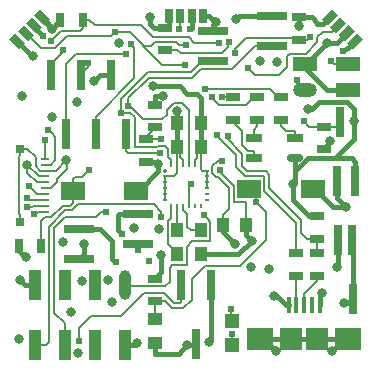
<source format=gbr>
G04 #@! TF.FileFunction,Copper,L1,Top,Signal*
%FSLAX46Y46*%
G04 Gerber Fmt 4.6, Leading zero omitted, Abs format (unit mm)*
G04 Created by KiCad (PCBNEW (2014-12-04 BZR 5312)-product) date St 22. apríl 2015, 11:14:28 CEST*
%MOMM*%
G01*
G04 APERTURE LIST*
%ADD10C,0.100000*%
%ADD11R,1.300000X0.700000*%
%ADD12R,0.700000X1.300000*%
%ADD13R,0.400000X1.400000*%
%ADD14R,1.850000X1.900000*%
%ADD15R,2.300000X1.900000*%
%ADD16R,2.000000X1.600000*%
%ADD17O,2.000000X1.200000*%
%ADD18R,2.000000X1.200000*%
%ADD19R,1.250000X1.000000*%
%ADD20R,1.000000X1.250000*%
%ADD21R,1.198880X1.198880*%
%ADD22O,1.400000X0.700000*%
%ADD23R,1.400000X0.700000*%
%ADD24R,0.700000X2.500000*%
%ADD25R,2.500000X0.700000*%
%ADD26R,0.720000X1.200000*%
%ADD27O,0.350000X0.280000*%
%ADD28R,0.350000X0.280000*%
%ADD29R,0.280000X0.350000*%
%ADD30O,1.000000X2.540000*%
%ADD31R,1.000000X2.540000*%
%ADD32R,0.650000X0.250000*%
%ADD33R,0.800000X0.700000*%
%ADD34C,0.609600*%
%ADD35C,0.812800*%
%ADD36C,0.203200*%
%ADD37C,0.406400*%
G04 APERTURE END LIST*
D10*
D11*
X237642400Y-84465200D03*
X237642400Y-82565200D03*
D12*
X212359200Y-85064600D03*
X214259200Y-85064600D03*
D11*
X235864400Y-87614800D03*
X235864400Y-85714800D03*
X237642400Y-87614800D03*
X237642400Y-85714800D03*
X223850200Y-87848400D03*
X223850200Y-89748400D03*
X238175800Y-74996000D03*
X238175800Y-76896000D03*
X230530400Y-74406800D03*
X230530400Y-72506800D03*
X232562400Y-74406800D03*
X232562400Y-72506800D03*
X234594400Y-74406800D03*
X234594400Y-72506800D03*
D13*
X235220000Y-90090000D03*
X235870000Y-90090000D03*
X236520000Y-90090000D03*
X237170000Y-90090000D03*
X237820000Y-90090000D03*
D14*
X235395000Y-92940000D03*
X237645000Y-92940000D03*
D15*
X232770000Y-92940000D03*
X240270000Y-92940000D03*
D16*
X216908400Y-80416400D03*
X222308400Y-80416400D03*
X231843600Y-80264000D03*
X237243600Y-80264000D03*
D17*
X236554400Y-71889800D03*
D18*
X240254400Y-71889800D03*
X240254400Y-69689800D03*
X236554400Y-69689800D03*
D11*
X223926400Y-75016400D03*
X223926400Y-73116400D03*
X223113600Y-77937400D03*
X223113600Y-76037400D03*
D19*
X223850200Y-91303600D03*
X223850200Y-93303600D03*
D20*
X229632000Y-83286600D03*
X231632000Y-83286600D03*
X225771200Y-85801200D03*
X227771200Y-85801200D03*
X225771200Y-83769200D03*
X227771200Y-83769200D03*
X227771200Y-74676000D03*
X225771200Y-74676000D03*
X227771200Y-76708000D03*
X225771200Y-76708000D03*
D21*
X230378000Y-93505020D03*
X230378000Y-91406980D03*
D22*
X235785600Y-77659600D03*
D23*
X232285600Y-77659600D03*
X232285600Y-75959600D03*
X235785600Y-75959600D03*
D24*
X239318800Y-79542000D03*
X240588800Y-84542000D03*
X226110800Y-88381200D03*
X227380800Y-93381200D03*
X228650800Y-88381200D03*
X221411800Y-75601200D03*
X220141800Y-70601200D03*
X218871800Y-75601200D03*
X217601800Y-70601200D03*
X216331800Y-75601200D03*
X215061800Y-70601200D03*
D25*
X233792400Y-65608200D03*
X228792400Y-66878200D03*
X233792400Y-68148200D03*
X228792400Y-69418200D03*
D24*
X240614200Y-89545800D03*
X239344200Y-84545800D03*
D25*
X217464000Y-86182200D03*
X222464000Y-84912200D03*
X222489400Y-82372200D03*
X217489400Y-83642200D03*
D12*
X215889800Y-65938400D03*
X217789800Y-65938400D03*
D11*
X224764600Y-66588600D03*
X224764600Y-68488600D03*
X236093000Y-65699600D03*
X236093000Y-67599600D03*
D10*
G36*
X214984666Y-65843762D02*
X214475549Y-66352879D01*
X213627020Y-65504350D01*
X214136137Y-64995233D01*
X214984666Y-65843762D01*
X214984666Y-65843762D01*
G37*
G36*
X214298772Y-66529655D02*
X213789655Y-67038772D01*
X212941126Y-66190243D01*
X213450243Y-65681126D01*
X214298772Y-66529655D01*
X214298772Y-66529655D01*
G37*
G36*
X213612879Y-67215549D02*
X213103762Y-67724666D01*
X212255233Y-66876137D01*
X212764350Y-66367020D01*
X213612879Y-67215549D01*
X213612879Y-67215549D01*
G37*
G36*
X212926985Y-67901443D02*
X212417868Y-68410560D01*
X211569339Y-67562031D01*
X212078456Y-67052914D01*
X212926985Y-67901443D01*
X212926985Y-67901443D01*
G37*
D26*
X227969800Y-65585800D03*
X226999800Y-65585800D03*
X226029800Y-65585800D03*
X225059800Y-65585800D03*
D10*
G36*
X240623038Y-68420066D02*
X240113921Y-67910949D01*
X240962450Y-67062420D01*
X241471567Y-67571537D01*
X240623038Y-68420066D01*
X240623038Y-68420066D01*
G37*
G36*
X239937145Y-67734172D02*
X239428028Y-67225055D01*
X240276557Y-66376526D01*
X240785674Y-66885643D01*
X239937145Y-67734172D01*
X239937145Y-67734172D01*
G37*
G36*
X239251251Y-67048279D02*
X238742134Y-66539162D01*
X239590663Y-65690633D01*
X240099780Y-66199750D01*
X239251251Y-67048279D01*
X239251251Y-67048279D01*
G37*
G36*
X238565357Y-66362385D02*
X238056240Y-65853268D01*
X238904769Y-65004739D01*
X239413886Y-65513856D01*
X238565357Y-66362385D01*
X238565357Y-66362385D01*
G37*
D24*
X240842800Y-79589000D03*
X239572800Y-74589000D03*
D27*
X224770000Y-78690000D03*
D28*
X224770000Y-79190000D03*
X224770000Y-79690000D03*
X224770000Y-80190000D03*
X224770000Y-80690000D03*
X224770000Y-81190000D03*
D29*
X225270000Y-81690000D03*
X225770000Y-81690000D03*
X226270000Y-81690000D03*
X226770000Y-81690000D03*
X227270000Y-81690000D03*
X227770000Y-81690000D03*
D28*
X228270000Y-81190000D03*
X228270000Y-80690000D03*
X228270000Y-80190000D03*
X228270000Y-79690000D03*
X228270000Y-79190000D03*
X228270000Y-78690000D03*
D29*
X227770000Y-78190000D03*
X227270000Y-78190000D03*
X226770000Y-78190000D03*
X226270000Y-78190000D03*
X225770000Y-78190000D03*
X225270000Y-78190000D03*
D30*
X221330000Y-88400000D03*
D31*
X221330000Y-93480000D03*
X218790000Y-88400000D03*
X218790000Y-93480000D03*
X216250000Y-88400000D03*
X216250000Y-93480000D03*
X213710000Y-88400000D03*
X213710000Y-93480000D03*
D32*
X214557500Y-77690000D03*
X214557500Y-78190000D03*
X214557500Y-78690000D03*
X214557500Y-79190000D03*
X214557500Y-79690000D03*
X214557500Y-80190000D03*
X214557500Y-80690000D03*
X214557500Y-81190000D03*
X214557500Y-81690000D03*
X214557500Y-82190000D03*
D33*
X212482500Y-76840000D03*
X212482500Y-83040000D03*
D34*
X235940600Y-70993000D03*
X214397910Y-67329277D03*
D35*
X220810004Y-67891530D03*
X234247571Y-69491206D03*
D34*
X226872800Y-66751200D03*
D35*
X238480600Y-67868800D03*
X230708200Y-65887600D03*
X218719400Y-71120000D03*
X216392202Y-77800220D03*
X224231200Y-83616800D03*
X225757212Y-73662012D03*
X217680398Y-88087200D03*
X220252495Y-89865197D03*
X219899602Y-87940000D03*
X212344000Y-92964000D03*
X224154379Y-78107739D03*
X212598000Y-72390000D03*
D34*
X229362000Y-78638400D03*
D35*
X237998000Y-89079202D03*
X234152591Y-93980000D03*
X238887000Y-93980000D03*
X233531517Y-87045810D03*
X232091463Y-84644463D03*
X226618800Y-93497400D03*
X238741150Y-76212684D03*
X240030000Y-81762600D03*
X212435440Y-87985600D03*
D34*
X224356779Y-77216019D03*
X232436801Y-81356140D03*
D35*
X217279602Y-72923400D03*
X222389700Y-93291660D03*
D34*
X239801400Y-68581798D03*
D35*
X215163400Y-74193400D03*
X222091472Y-83527693D03*
X224409000Y-85877400D03*
X236093000Y-66446400D03*
X229031800Y-66116200D03*
X223494600Y-65709800D03*
X215143581Y-66679617D03*
X213588600Y-68986400D03*
D34*
X229559133Y-77849866D03*
D35*
X235585000Y-79832200D03*
X240741200Y-74523600D03*
X236880400Y-73456800D03*
X232816400Y-69392800D03*
X230678520Y-84907920D03*
X223732442Y-71546691D03*
X213080600Y-78206600D03*
X212928190Y-86055200D03*
X217406220Y-94183200D03*
X216128600Y-84785200D03*
X216763600Y-90678000D03*
X224566499Y-72359501D03*
X232049309Y-86837509D03*
X239268000Y-86842600D03*
X233934000Y-89281000D03*
X228447600Y-93190060D03*
D34*
X218338400Y-78612970D03*
X230047005Y-75768887D03*
X229108000Y-75692000D03*
X214579200Y-76073000D03*
X221615000Y-73228200D03*
X224385512Y-75996779D03*
X214833200Y-75234800D03*
X221053921Y-73843259D03*
X226923600Y-79832200D03*
X224409000Y-82600800D03*
X217449400Y-93091000D03*
X220497400Y-67005200D03*
X225922612Y-66725800D03*
X226491800Y-68072000D03*
X231775000Y-70002400D03*
X226466400Y-69748380D03*
X230627598Y-68739826D03*
X237032800Y-67360800D03*
X228117400Y-71831200D03*
X228679372Y-72494634D03*
X229590600Y-72466200D03*
X236499400Y-74523600D03*
X221056200Y-84048600D03*
X238785400Y-69392800D03*
X230378000Y-92514422D03*
X230352600Y-90449400D03*
X228066600Y-82499200D03*
X219710000Y-82169010D03*
X213672599Y-82376910D03*
X213013062Y-81811739D03*
X213054418Y-80999990D03*
X213200067Y-79992208D03*
X216121771Y-68471571D03*
X221411800Y-68808600D03*
X221818200Y-67995800D03*
X218236770Y-69621400D03*
X223393000Y-86360000D03*
D35*
X217855796Y-84949906D03*
D34*
X222478600Y-85445600D03*
X220548200Y-86461600D03*
D35*
X239852200Y-89916000D03*
D34*
X215112600Y-67716400D03*
X229285800Y-67868800D03*
X230139792Y-67835504D03*
D36*
X235940600Y-71297800D02*
X235940600Y-70993000D01*
X236532600Y-71889800D02*
X235940600Y-71297800D01*
X236554400Y-71889800D02*
X236532600Y-71889800D01*
D37*
X214306765Y-67255809D02*
X214324442Y-67255809D01*
X214324442Y-67255809D02*
X214397910Y-67329277D01*
X233792400Y-65608200D02*
X230987600Y-65608200D01*
X230987600Y-65608200D02*
X230708200Y-65887600D01*
X236554400Y-69689800D02*
X236554400Y-69981200D01*
X236554400Y-69981200D02*
X238463000Y-71889800D01*
X238463000Y-71889800D02*
X240254400Y-71889800D01*
X236554400Y-69689800D02*
X236659600Y-69689800D01*
X236659600Y-69689800D02*
X238480600Y-67868800D01*
X226999800Y-65585800D02*
X226999800Y-66624200D01*
X226999800Y-66624200D02*
X226872800Y-66751200D01*
X239055336Y-67868800D02*
X238480600Y-67868800D01*
X239293400Y-67868800D02*
X239055336Y-67868800D01*
X240106851Y-67055349D02*
X239293400Y-67868800D01*
X220141800Y-70601200D02*
X219238200Y-70601200D01*
X219238200Y-70601200D02*
X218719400Y-71120000D01*
X213619949Y-66359949D02*
X213619949Y-66568993D01*
X213619949Y-66568993D02*
X214306765Y-67255809D01*
X239318800Y-81051400D02*
X239318800Y-79542000D01*
X240030000Y-81762600D02*
X239318800Y-81051400D01*
D36*
X215502422Y-78690000D02*
X216392202Y-77800220D01*
D37*
X225771200Y-74676000D02*
X225771200Y-73676000D01*
X225771200Y-73676000D02*
X225757212Y-73662012D01*
D36*
X212482500Y-76840000D02*
X212482500Y-77393200D01*
X212482500Y-77393200D02*
X212369399Y-77506301D01*
X212369399Y-77506301D02*
X212369399Y-82373699D01*
X212369399Y-82373699D02*
X212482500Y-82486800D01*
X212482500Y-82486800D02*
X212482500Y-83040000D01*
X214557500Y-78690000D02*
X214138750Y-78690000D01*
X214138750Y-78690000D02*
X213791801Y-78343051D01*
X213791801Y-78343051D02*
X213791801Y-77546101D01*
X213791801Y-77546101D02*
X213085700Y-76840000D01*
X213085700Y-76840000D02*
X212482500Y-76840000D01*
D37*
X227771200Y-85801200D02*
X230934726Y-85801200D01*
X230934726Y-85801200D02*
X232091463Y-84644463D01*
X222308400Y-80416400D02*
X222508400Y-80416400D01*
X222508400Y-80416400D02*
X224154379Y-78770421D01*
X224154379Y-78770421D02*
X224154379Y-78107739D01*
X223113600Y-77937400D02*
X223984040Y-77937400D01*
X223984040Y-77937400D02*
X224154379Y-78107739D01*
D36*
X214557500Y-78690000D02*
X215502422Y-78690000D01*
X229362000Y-78638400D02*
X229362000Y-78790800D01*
X229362000Y-78790800D02*
X230538799Y-79967599D01*
X230538799Y-79967599D02*
X230538799Y-81307841D01*
X230538799Y-81307841D02*
X230599759Y-81368801D01*
X230599759Y-81368801D02*
X231632000Y-81368801D01*
X231632000Y-81368801D02*
X231632000Y-83286600D01*
D37*
X225771200Y-74676000D02*
X225771200Y-76708000D01*
D36*
X225770000Y-76709200D02*
X225771200Y-76708000D01*
X225770000Y-78190000D02*
X225770000Y-76709200D01*
X226034600Y-76971400D02*
X225771200Y-76708000D01*
X226034600Y-77576400D02*
X226034600Y-76971400D01*
X226270000Y-77811800D02*
X226034600Y-77576400D01*
X226270000Y-78190000D02*
X226270000Y-77811800D01*
X224770000Y-81190000D02*
X224770000Y-80690000D01*
X224770000Y-81190000D02*
X224770000Y-80190000D01*
X224770000Y-81190000D02*
X224770000Y-79690000D01*
X224770000Y-79690000D02*
X224770000Y-79190000D01*
X224770000Y-79190000D02*
X225483000Y-79190000D01*
X225770000Y-78903000D02*
X225770000Y-78190000D01*
X225483000Y-79190000D02*
X225770000Y-78903000D01*
D37*
X232770000Y-92940000D02*
X235395000Y-92940000D01*
X235395000Y-92940000D02*
X237645000Y-92940000D01*
X237645000Y-92940000D02*
X240270000Y-92940000D01*
X237645000Y-92940000D02*
X237820000Y-92765000D01*
X237645000Y-92940000D02*
X237645000Y-92492398D01*
X232770000Y-92940000D02*
X233187002Y-92940000D01*
X237820000Y-89257202D02*
X237998000Y-89079202D01*
X237820000Y-90090000D02*
X237820000Y-89257202D01*
X233112591Y-92940000D02*
X234152591Y-93980000D01*
X232770000Y-92940000D02*
X233112591Y-92940000D01*
X239927000Y-92940000D02*
X238887000Y-93980000D01*
X240270000Y-92940000D02*
X239927000Y-92940000D01*
X223874200Y-94234000D02*
X223890877Y-94234000D01*
X223850200Y-93303600D02*
X223850200Y-94210000D01*
X223850200Y-94210000D02*
X223874200Y-94234000D01*
X231632000Y-84185000D02*
X232091463Y-84644463D01*
X231632000Y-83286600D02*
X231632000Y-84185000D01*
X227380800Y-93589536D02*
X227345936Y-93624400D01*
X227380800Y-93381200D02*
X227380800Y-93589536D01*
X227396736Y-93573600D02*
X227345936Y-93624400D01*
X227396736Y-93522800D02*
X227396736Y-93573600D01*
X223890877Y-94234000D02*
X225882200Y-94234000D01*
X225882200Y-94234000D02*
X226212401Y-93903799D01*
X226212401Y-93903799D02*
X226618800Y-93497400D01*
X227345936Y-93624400D02*
X227218936Y-93497400D01*
X227218936Y-93497400D02*
X227193536Y-93497400D01*
X227193536Y-93497400D02*
X226618800Y-93497400D01*
X238175800Y-76896000D02*
X238175800Y-76778034D01*
X237443600Y-80264000D02*
X238942200Y-81762600D01*
X237243600Y-80264000D02*
X237443600Y-80264000D01*
X238334751Y-76619083D02*
X238741150Y-76212684D01*
X238942200Y-81762600D02*
X240030000Y-81762600D01*
X238175800Y-76778034D02*
X238334751Y-76619083D01*
D36*
X216408000Y-77816018D02*
X216392202Y-77800220D01*
X216408000Y-78587600D02*
X216408000Y-77816018D01*
X215603599Y-79672101D02*
X215603599Y-79392001D01*
X215085700Y-80190000D02*
X215603599Y-79672101D01*
X215603599Y-79392001D02*
X216408000Y-78587600D01*
X214557500Y-80190000D02*
X215085700Y-80190000D01*
D37*
X212849840Y-88400000D02*
X212435440Y-87985600D01*
X213710000Y-88400000D02*
X212849840Y-88400000D01*
D36*
X231114600Y-86766400D02*
X228268991Y-86766400D01*
X228116958Y-86766400D02*
X228268991Y-86766400D01*
X227025200Y-89615442D02*
X227025200Y-87858158D01*
X227025200Y-87858158D02*
X228116958Y-86766400D01*
X223850200Y-89748400D02*
X224758850Y-89748400D01*
X224758850Y-89748400D02*
X225358260Y-90347810D01*
X225358260Y-90347810D02*
X226292832Y-90347810D01*
X226292832Y-90347810D02*
X227025200Y-89615442D01*
X232436801Y-81356140D02*
X233299000Y-82218339D01*
X233299000Y-82218339D02*
X233299000Y-84582000D01*
X233299000Y-84582000D02*
X231114600Y-86766400D01*
X232043600Y-80264000D02*
X232436801Y-80657201D01*
X231843600Y-80264000D02*
X232043600Y-80264000D01*
X223850200Y-89748400D02*
X223850200Y-91303600D01*
X232436801Y-80657201D02*
X232436801Y-81356140D01*
X221946581Y-77216019D02*
X224356779Y-77216019D01*
X221573419Y-77216019D02*
X221946581Y-77216019D01*
X221411800Y-77054400D02*
X221573419Y-77216019D01*
X221411800Y-75601200D02*
X221411800Y-77054400D01*
D37*
X237642400Y-82565200D02*
X236954020Y-82565200D01*
X236954020Y-82565200D02*
X235585000Y-81196180D01*
X235585000Y-81196180D02*
X235585000Y-80406936D01*
X235585000Y-80406936D02*
X235585000Y-79832200D01*
X221330000Y-93480000D02*
X222201360Y-93480000D01*
X222201360Y-93480000D02*
X222389700Y-93291660D01*
X239801400Y-68581798D02*
X240106199Y-68276999D01*
X240106199Y-68276999D02*
X240256988Y-68276999D01*
X240256988Y-68276999D02*
X240792744Y-67741243D01*
X223850200Y-87848400D02*
X224409000Y-87289600D01*
X224409000Y-87289600D02*
X224409000Y-85877400D01*
X240792744Y-67741243D02*
X240569010Y-67741243D01*
X237642400Y-66319400D02*
X237642400Y-66192600D01*
X237642400Y-66192600D02*
X237149400Y-65699600D01*
X237149400Y-65699600D02*
X236093000Y-65699600D01*
X238099600Y-66319400D02*
X237642400Y-66319400D01*
X238375064Y-66043936D02*
X238099600Y-66319400D01*
X238735063Y-65683562D02*
X238375064Y-66043561D01*
X238375064Y-66043561D02*
X238375064Y-66043936D01*
X236093000Y-65699600D02*
X236093000Y-66446400D01*
X228792400Y-66878200D02*
X228792400Y-66355600D01*
X228792400Y-66355600D02*
X229031800Y-66116200D01*
X227969800Y-65585800D02*
X228501400Y-65585800D01*
X228501400Y-65585800D02*
X229031800Y-66116200D01*
X225059800Y-65585800D02*
X225059800Y-66293400D01*
X225059800Y-66293400D02*
X224764600Y-66588600D01*
X223834264Y-66624200D02*
X224729000Y-66624200D01*
X224729000Y-66624200D02*
X224764600Y-66588600D01*
X223494600Y-65709800D02*
X223494600Y-66284536D01*
X223494600Y-66284536D02*
X223834264Y-66624200D01*
X214798787Y-66167000D02*
X214737182Y-66228605D01*
X214737182Y-66228605D02*
X214737182Y-66273218D01*
X214737182Y-66273218D02*
X215143581Y-66679617D01*
X214305843Y-65674056D02*
X214798787Y-66167000D01*
X215889800Y-65938400D02*
X215884798Y-65938400D01*
X215884798Y-65938400D02*
X215143581Y-66679617D01*
X213588600Y-68986400D02*
X213502825Y-68986400D01*
X213502825Y-68986400D02*
X212248162Y-67731737D01*
X240842800Y-79589000D02*
X240842800Y-77932600D01*
X240842800Y-77932600D02*
X240562601Y-77652401D01*
X240562601Y-77652401D02*
X239150921Y-77652401D01*
D36*
X230132389Y-81932011D02*
X229632000Y-82432400D01*
X229632000Y-82432400D02*
X229632000Y-83286600D01*
X229244451Y-79248001D02*
X230132389Y-80135939D01*
X230132389Y-80135939D02*
X230132389Y-81932011D01*
X229559133Y-77849866D02*
X229248324Y-77849866D01*
X229248324Y-77849866D02*
X228752399Y-78345791D01*
X228752399Y-78345791D02*
X228752399Y-78931009D01*
X228752399Y-78931009D02*
X229069391Y-79248001D01*
X229069391Y-79248001D02*
X229244451Y-79248001D01*
D37*
X227771200Y-74676000D02*
X227771200Y-76708000D01*
D36*
X227771200Y-78188800D02*
X227770000Y-78190000D01*
X227771200Y-76708000D02*
X227771200Y-78188800D01*
X227431600Y-77047600D02*
X227771200Y-76708000D01*
X227431600Y-77650200D02*
X227431600Y-77047600D01*
X227270000Y-77811800D02*
X227431600Y-77650200D01*
X227270000Y-78190000D02*
X227270000Y-77811800D01*
X228270000Y-80190000D02*
X228270000Y-79690000D01*
X228270000Y-79690000D02*
X228270000Y-79190000D01*
X228270000Y-79190000D02*
X228270000Y-78690000D01*
X227761800Y-78560000D02*
X227761800Y-78198200D01*
X227761800Y-78198200D02*
X227770000Y-78190000D01*
X227891800Y-78690000D02*
X227761800Y-78560000D01*
X228270000Y-78690000D02*
X227891800Y-78690000D01*
D37*
X235785600Y-79631600D02*
X235585000Y-79832200D01*
X235785600Y-78724989D02*
X235785600Y-79631600D01*
X235785600Y-77659600D02*
X235785600Y-78724989D01*
X229632000Y-83861400D02*
X230678520Y-84907920D01*
X229632000Y-83286600D02*
X229632000Y-83861400D01*
X227771200Y-72537578D02*
X227406199Y-72172577D01*
X227771200Y-74676000D02*
X227771200Y-72537578D01*
X226593399Y-72172577D02*
X227406199Y-72172577D01*
X225967522Y-71546700D02*
X226593399Y-72172577D01*
X224070300Y-71546700D02*
X225967522Y-71546700D01*
D36*
X214064000Y-79190000D02*
X213080600Y-78206600D01*
X214557500Y-79190000D02*
X214064000Y-79190000D01*
D37*
X212359200Y-85486210D02*
X212928190Y-86055200D01*
X212359200Y-85064600D02*
X212359200Y-85486210D01*
X223850200Y-87848400D02*
X223550200Y-87848400D01*
X240741200Y-73482200D02*
X240741200Y-74523600D01*
X240155201Y-72896201D02*
X240741200Y-73482200D01*
X237159800Y-73507600D02*
X237771199Y-72896201D01*
X237771199Y-72896201D02*
X240155201Y-72896201D01*
X236931200Y-73507600D02*
X237159800Y-73507600D01*
X236880400Y-73456800D02*
X236931200Y-73507600D01*
X236858188Y-77652401D02*
X235785600Y-78724989D01*
X239150921Y-77652401D02*
X236858188Y-77652401D01*
X240741200Y-74523600D02*
X240741200Y-76062122D01*
X240741200Y-76062122D02*
X239150921Y-77652401D01*
D36*
X213091364Y-78217364D02*
X213080600Y-78206600D01*
X213091364Y-78903164D02*
X213091364Y-78217364D01*
X213878200Y-79690000D02*
X213091364Y-78903164D01*
X214557500Y-79690000D02*
X213878200Y-79690000D01*
D37*
X221330000Y-93480000D02*
X221369000Y-93480000D01*
X223926400Y-72360000D02*
X223926400Y-73116400D01*
X223926899Y-72359501D02*
X223926400Y-72360000D01*
X224566499Y-72359501D02*
X223926899Y-72359501D01*
X239344200Y-86766400D02*
X239268000Y-86842600D01*
X239344200Y-84545800D02*
X239344200Y-86766400D01*
X234188000Y-89281000D02*
X233934000Y-89281000D01*
X235220000Y-90090000D02*
X234997000Y-90090000D01*
X234997000Y-90090000D02*
X234188000Y-89281000D01*
D36*
X235870000Y-87620400D02*
X235864400Y-87614800D01*
X235870000Y-90090000D02*
X235870000Y-87620400D01*
X236520000Y-89186800D02*
X236520000Y-90090000D01*
X237642400Y-88064400D02*
X236520000Y-89186800D01*
X237642400Y-87614800D02*
X237642400Y-88064400D01*
D37*
X228650800Y-88381200D02*
X228650800Y-92986860D01*
X228650800Y-92986860D02*
X228447600Y-93190060D01*
D36*
X216908400Y-80042970D02*
X216908400Y-80416400D01*
X216908400Y-79413200D02*
X217099000Y-79222600D01*
X216908400Y-80416400D02*
X216908400Y-79413200D01*
X217728770Y-79222600D02*
X218338400Y-78612970D01*
X217099000Y-79222600D02*
X217728770Y-79222600D01*
X214259200Y-82971600D02*
X214259200Y-84068800D01*
X214610999Y-82619801D02*
X214259200Y-82971600D01*
X215126341Y-82619801D02*
X214610999Y-82619801D01*
X216085142Y-81661000D02*
X215126341Y-82619801D01*
X216667000Y-81661000D02*
X216085142Y-81661000D01*
X216908400Y-81419600D02*
X216667000Y-81661000D01*
X214259200Y-84068800D02*
X214259200Y-85064600D01*
X216908400Y-80416400D02*
X216908400Y-81419600D01*
X237642400Y-85714800D02*
X237642400Y-84465200D01*
X231267000Y-77276250D02*
X230047005Y-76056255D01*
X231676738Y-78752788D02*
X231267000Y-78343050D01*
X233255781Y-78752789D02*
X231676738Y-78752788D01*
X233554810Y-79051818D02*
X233255781Y-78752789D01*
X230047005Y-76056255D02*
X230047005Y-75768887D01*
X231267000Y-78343050D02*
X231267000Y-77276250D01*
X233554810Y-80164210D02*
X233554810Y-79051818D01*
X236270810Y-82880210D02*
X233554810Y-80164210D01*
X236789200Y-84465200D02*
X236270810Y-83946810D01*
X236270810Y-83946810D02*
X236270810Y-82880210D01*
X237642400Y-84465200D02*
X236789200Y-84465200D01*
X229412799Y-75996799D02*
X229108000Y-75692000D01*
X230784400Y-77368400D02*
X229412799Y-75996799D01*
X230784400Y-78435200D02*
X230784400Y-77368400D01*
X231508398Y-79159198D02*
X230784400Y-78435200D01*
X233087441Y-79159199D02*
X231508398Y-79159198D01*
X233148401Y-79220159D02*
X233087441Y-79159199D01*
X233148401Y-80443601D02*
X233148401Y-79220159D01*
X235864400Y-83159600D02*
X233148401Y-80443601D01*
X235864400Y-85714800D02*
X235864400Y-83159600D01*
X233792400Y-68148200D02*
X232339200Y-68148200D01*
X232339200Y-68148200D02*
X230383400Y-70104000D01*
X230383400Y-70104000D02*
X227781350Y-70104000D01*
X227781350Y-70104000D02*
X227049860Y-70835490D01*
X227049860Y-70835490D02*
X223363260Y-70835490D01*
X223363260Y-70835490D02*
X221615000Y-72583750D01*
X221615000Y-72583750D02*
X221615000Y-73228200D01*
X226770000Y-78190000D02*
X226770000Y-73571422D01*
X214557500Y-77690000D02*
X214557500Y-76094700D01*
X214557500Y-76094700D02*
X214579200Y-76073000D01*
X226770000Y-73571422D02*
X226147377Y-72948799D01*
X226147377Y-72948799D02*
X225464623Y-72948799D01*
X225464623Y-72948799D02*
X224881201Y-73532221D01*
X224881201Y-73532221D02*
X224881201Y-73949799D01*
X224881201Y-73949799D02*
X224469401Y-74361599D01*
X224469401Y-74361599D02*
X223072401Y-74361599D01*
X222895591Y-74361599D02*
X223072401Y-74361599D01*
X221762192Y-73228200D02*
X222895591Y-74361599D01*
X221615000Y-73228200D02*
X221762192Y-73228200D01*
X224344891Y-76037400D02*
X224385512Y-75996779D01*
X223113600Y-76037400D02*
X224344891Y-76037400D01*
X223113600Y-75869800D02*
X223926400Y-75057000D01*
X223113600Y-76037400D02*
X223113600Y-75869800D01*
X223926400Y-75057000D02*
X223926400Y-75016400D01*
X215442801Y-75844401D02*
X215137999Y-75539599D01*
X215137999Y-75539599D02*
X214833200Y-75234800D01*
X214557500Y-78190000D02*
X215085700Y-78190000D01*
X215085700Y-78190000D02*
X215442801Y-77832899D01*
X215442801Y-77832899D02*
X215442801Y-75844401D01*
X221802501Y-73843259D02*
X221484973Y-73843259D01*
X222158799Y-74199557D02*
X221802501Y-73843259D01*
X222158799Y-76631241D02*
X222158799Y-74199557D01*
X222219759Y-76692201D02*
X222158799Y-76631241D01*
X224701609Y-76606399D02*
X224116391Y-76606399D01*
X224030589Y-76692201D02*
X222219759Y-76692201D01*
X224966399Y-77508199D02*
X224966399Y-76871189D01*
X221484973Y-73843259D02*
X221053921Y-73843259D01*
X224116391Y-76606399D02*
X224030589Y-76692201D01*
X225270000Y-77811800D02*
X224966399Y-77508199D01*
X224966399Y-76871189D02*
X224701609Y-76606399D01*
X225270000Y-78190000D02*
X225270000Y-77811800D01*
X221005399Y-73794737D02*
X221053921Y-73843259D01*
X227892400Y-69418200D02*
X226952600Y-70358000D01*
X228792400Y-69418200D02*
X227892400Y-69418200D01*
X226952600Y-70358000D02*
X223266000Y-70358000D01*
X223266000Y-70358000D02*
X221005399Y-72618601D01*
X221005399Y-72618601D02*
X221005399Y-73794737D01*
X226770000Y-79985800D02*
X226923600Y-79832200D01*
X226770000Y-81690000D02*
X226770000Y-79985800D01*
X213710000Y-93480000D02*
X213710000Y-92710000D01*
X214627080Y-93480000D02*
X214914001Y-93193079D01*
X214914001Y-90802799D02*
X214914001Y-93193079D01*
X216835340Y-82067410D02*
X217343350Y-81559400D01*
X214914001Y-90802799D02*
X214914001Y-83434399D01*
X214914001Y-83434399D02*
X216280990Y-82067410D01*
X216280990Y-82067410D02*
X216835340Y-82067410D01*
X217343350Y-81559400D02*
X223798652Y-81559400D01*
X223798652Y-81559400D02*
X224409000Y-82169748D01*
X224409000Y-82169748D02*
X224409000Y-82600800D01*
X213710000Y-93480000D02*
X214627080Y-93480000D01*
X226110800Y-89834400D02*
X226110800Y-88381200D01*
X225526600Y-89941400D02*
X226003800Y-89941400D01*
X226003800Y-89941400D02*
X226110800Y-89834400D01*
X224678799Y-89093599D02*
X225526600Y-89941400D01*
X222945401Y-89093599D02*
X224678799Y-89093599D01*
X221015560Y-91023440D02*
X222945401Y-89093599D01*
X218460320Y-91023440D02*
X221015560Y-91023440D01*
X217449400Y-92034360D02*
X218460320Y-91023440D01*
X217449400Y-93091000D02*
X217449400Y-92034360D01*
X221814379Y-67005200D02*
X222890956Y-68081777D01*
X222890956Y-68081777D02*
X222890956Y-68128756D01*
X220497400Y-67005200D02*
X221814379Y-67005200D01*
X212934056Y-67045843D02*
X214214214Y-68326001D01*
X214214214Y-68326001D02*
X215405209Y-68326001D01*
X215405209Y-68326001D02*
X216421210Y-67310000D01*
X216421210Y-67310000D02*
X220192600Y-67310000D01*
X220192600Y-67310000D02*
X220497400Y-67005200D01*
X226029800Y-66618612D02*
X225922612Y-66725800D01*
X226029800Y-65585800D02*
X226029800Y-66618612D01*
X225896642Y-68072000D02*
X226060748Y-68072000D01*
X222890956Y-68128756D02*
X223575802Y-68128756D01*
X225658441Y-67833799D02*
X225896642Y-68072000D01*
X226060748Y-68072000D02*
X226491800Y-68072000D01*
X223870759Y-67833799D02*
X225658441Y-67833799D01*
X223575802Y-68128756D02*
X223870759Y-67833799D01*
X235310559Y-68784999D02*
X236662015Y-68784999D01*
X237642400Y-67411600D02*
X237642400Y-67804614D01*
X237642400Y-67804614D02*
X236662015Y-68784999D01*
X238125000Y-66929000D02*
X237642400Y-67411600D01*
X238861413Y-66929000D02*
X238125000Y-66929000D01*
X239420957Y-66369456D02*
X238861413Y-66929000D01*
X222890956Y-68128756D02*
X224510580Y-69748380D01*
X232359200Y-70586600D02*
X231775000Y-70002400D01*
X234424786Y-70586600D02*
X232359200Y-70586600D01*
X235103701Y-69907685D02*
X234424786Y-70586600D01*
X226035348Y-69748380D02*
X226466400Y-69748380D01*
X224510580Y-69748380D02*
X226035348Y-69748380D01*
X235103701Y-69907685D02*
X235103701Y-68991857D01*
X239060958Y-66729455D02*
X239420957Y-66369456D01*
X235103701Y-68991857D02*
X235310559Y-68784999D01*
X236794000Y-67599600D02*
X237032800Y-67360800D01*
X236093000Y-67599600D02*
X236794000Y-67599600D01*
X235986799Y-67493399D02*
X236007104Y-67513704D01*
X231566201Y-67493399D02*
X235986799Y-67493399D01*
X230632000Y-68427600D02*
X231566201Y-67493399D01*
X230632000Y-68735424D02*
X230632000Y-68427600D01*
X230627598Y-68739826D02*
X230632000Y-68735424D01*
X228548452Y-71831200D02*
X228117400Y-71831200D01*
X233618800Y-71831200D02*
X228548452Y-71831200D01*
X234594400Y-72506800D02*
X234294400Y-72506800D01*
X234294400Y-72506800D02*
X233618800Y-71831200D01*
X232562400Y-72506800D02*
X232262400Y-72506800D01*
X232262400Y-72506800D02*
X231607599Y-73161601D01*
X228984171Y-72799433D02*
X228679372Y-72494634D01*
X231607599Y-73161601D02*
X229346339Y-73161601D01*
X229346339Y-73161601D02*
X228984171Y-72799433D01*
X230489800Y-72466200D02*
X230530400Y-72506800D01*
X229590600Y-72466200D02*
X230489800Y-72466200D01*
X236971800Y-74996000D02*
X238175800Y-74996000D01*
X236499400Y-74523600D02*
X236971800Y-74996000D01*
X239531200Y-74996000D02*
X239682400Y-75147200D01*
X238175800Y-74996000D02*
X239531200Y-74996000D01*
D37*
X220751401Y-83743801D02*
X221056200Y-84048600D01*
X220751401Y-82479199D02*
X220751401Y-83743801D01*
X222489400Y-82397600D02*
X220833000Y-82397600D01*
X220833000Y-82397600D02*
X220751401Y-82479199D01*
D36*
X238785400Y-69424000D02*
X238785400Y-69392800D01*
X239051200Y-69689800D02*
X238785400Y-69424000D01*
X240254400Y-69689800D02*
X239051200Y-69689800D01*
X225771200Y-85676200D02*
X224966399Y-84871399D01*
X224966399Y-84871399D02*
X224966399Y-82983201D01*
X225771200Y-85801200D02*
X225771200Y-85676200D01*
X225270000Y-82679600D02*
X225270000Y-81690000D01*
X224966399Y-82983201D02*
X225270000Y-82679600D01*
X225770000Y-83768000D02*
X225771200Y-83769200D01*
X225770000Y-81690000D02*
X225770000Y-83768000D01*
X226898200Y-83769200D02*
X227771200Y-83769200D01*
X226576001Y-83447001D02*
X226898200Y-83769200D01*
X226576001Y-82374201D02*
X226576001Y-83447001D01*
X226270000Y-82068200D02*
X226576001Y-82374201D01*
X226270000Y-81690000D02*
X226270000Y-82068200D01*
X230378000Y-93505020D02*
X230378000Y-92514422D01*
X230352600Y-90449400D02*
X230352600Y-91381580D01*
X230352600Y-91381580D02*
X230378000Y-91406980D01*
X230530400Y-74615360D02*
X231280799Y-75365759D01*
X230530400Y-74406800D02*
X230530400Y-74615360D01*
X231280799Y-76553441D02*
X231765558Y-77038200D01*
X231280799Y-75365759D02*
X231280799Y-76553441D01*
X232285600Y-77106400D02*
X232285600Y-77659600D01*
X232217400Y-77038200D02*
X232285600Y-77106400D01*
X231765558Y-77038200D02*
X232217400Y-77038200D01*
X232285600Y-75236800D02*
X232285600Y-75959600D01*
X232562400Y-74960000D02*
X232285600Y-75236800D01*
X232562400Y-74406800D02*
X232562400Y-74960000D01*
X234594400Y-74960000D02*
X234970800Y-75336400D01*
X234594400Y-74406800D02*
X234594400Y-74960000D01*
X235785600Y-75406400D02*
X235785600Y-75959600D01*
X235715600Y-75336400D02*
X235785600Y-75406400D01*
X234970800Y-75336400D02*
X235715600Y-75336400D01*
X221433201Y-88503201D02*
X221330000Y-88400000D01*
X228371399Y-82803999D02*
X228066600Y-82499200D01*
X228576001Y-83008601D02*
X228371399Y-82803999D01*
X228515041Y-84699001D02*
X228576001Y-84638041D01*
X228576001Y-84638041D02*
X228576001Y-83008601D01*
X227027359Y-84699001D02*
X228515041Y-84699001D01*
X226576001Y-86670041D02*
X226576001Y-85150359D01*
X226515041Y-86731001D02*
X226576001Y-86670041D01*
X225333399Y-86731001D02*
X226515041Y-86731001D01*
X225120200Y-86944200D02*
X225333399Y-86731001D01*
X225120200Y-88112600D02*
X225120200Y-86944200D01*
X224729599Y-88503201D02*
X225120200Y-88112600D01*
X226576001Y-85150359D02*
X227027359Y-84699001D01*
X222136401Y-88503201D02*
X224729599Y-88503201D01*
X221433201Y-88503201D02*
X222136401Y-88503201D01*
X215366600Y-90738960D02*
X216250000Y-91622360D01*
X215366600Y-83556550D02*
X215366600Y-90738960D01*
X216250000Y-91622360D02*
X216250000Y-93480000D01*
X216271550Y-82651600D02*
X215366600Y-83556550D01*
X218871800Y-82651600D02*
X216271550Y-82651600D01*
X219354390Y-82169010D02*
X218871800Y-82651600D01*
X219710000Y-82169010D02*
X219354390Y-82169010D01*
X213672599Y-82376910D02*
X213812490Y-82376910D01*
X213999400Y-82190000D02*
X214557500Y-82190000D01*
X213812490Y-82376910D02*
X213999400Y-82190000D01*
X213444114Y-81811739D02*
X213569453Y-81686400D01*
X213013062Y-81811739D02*
X213444114Y-81811739D01*
X213573053Y-81690000D02*
X214557500Y-81690000D01*
X213569453Y-81686400D02*
X213573053Y-81690000D01*
X213244428Y-81190000D02*
X214557500Y-81190000D01*
X213054418Y-80999990D02*
X213244428Y-81190000D01*
X213504866Y-80297007D02*
X213200067Y-79992208D01*
X214557500Y-80690000D02*
X213897859Y-80690000D01*
X213897859Y-80690000D02*
X213504866Y-80297007D01*
X216121771Y-68641229D02*
X216121771Y-68471571D01*
X215061800Y-69701200D02*
X216121771Y-68641229D01*
X215061800Y-70601200D02*
X215061800Y-69701200D01*
X220980748Y-68808600D02*
X221411800Y-68808600D01*
X217220800Y-68808600D02*
X220980748Y-68808600D01*
X221259400Y-68808600D02*
X221411800Y-68808600D01*
X216331800Y-69697600D02*
X217220800Y-68808600D01*
X216331800Y-75601200D02*
X216331800Y-69697600D01*
X222122999Y-68300599D02*
X221818200Y-67995800D01*
X222148399Y-68325999D02*
X222122999Y-68300599D01*
X218871800Y-74148000D02*
X222148399Y-70871401D01*
X218871800Y-75601200D02*
X218871800Y-74148000D01*
X222148399Y-70871401D02*
X222148399Y-68325999D01*
X218236770Y-69966230D02*
X217601800Y-70601200D01*
X218236770Y-69621400D02*
X218236770Y-69966230D01*
D37*
X217855796Y-85790404D02*
X217464000Y-86182200D01*
X217855796Y-84949906D02*
X217855796Y-85790404D01*
X222478600Y-84926800D02*
X222464000Y-84912200D01*
X222478600Y-85445600D02*
X222478600Y-84926800D01*
X220548200Y-86461600D02*
X220243401Y-86156801D01*
X220243401Y-86156801D02*
X220243401Y-84658201D01*
X220243401Y-84658201D02*
X219252800Y-83667600D01*
X219252800Y-83667600D02*
X217489400Y-83667600D01*
X240244000Y-89916000D02*
X240614200Y-89545800D01*
X239852200Y-89916000D02*
X240244000Y-89916000D01*
X240614200Y-84567400D02*
X240588800Y-84542000D01*
X240614200Y-89545800D02*
X240614200Y-84567400D01*
D36*
X217789800Y-65938400D02*
X218343000Y-65938400D01*
X218343000Y-65938400D02*
X218800199Y-66395599D01*
X223702419Y-67427389D02*
X226736189Y-67427389D01*
X218800199Y-66395599D02*
X222670629Y-66395599D01*
X226736189Y-67427389D02*
X227177600Y-67868800D01*
X222670629Y-66395599D02*
X223702419Y-67427389D01*
X227177600Y-67868800D02*
X228854748Y-67868800D01*
X228854748Y-67868800D02*
X229285800Y-67868800D01*
X215417399Y-67411601D02*
X215112600Y-67716400D01*
X215935799Y-66893201D02*
X215417399Y-67411601D01*
X217510599Y-66893201D02*
X215935799Y-66893201D01*
X217789800Y-66614000D02*
X217510599Y-66893201D01*
X217789800Y-65938400D02*
X217789800Y-66614000D01*
X230066561Y-67908735D02*
X230139792Y-67835504D01*
X230066561Y-68256439D02*
X230066561Y-67908735D01*
X229559601Y-68763399D02*
X230066561Y-68256439D01*
X226065599Y-68763399D02*
X229559601Y-68763399D01*
X225790800Y-68488600D02*
X226065599Y-68763399D01*
X224764600Y-68488600D02*
X225790800Y-68488600D01*
M02*

</source>
